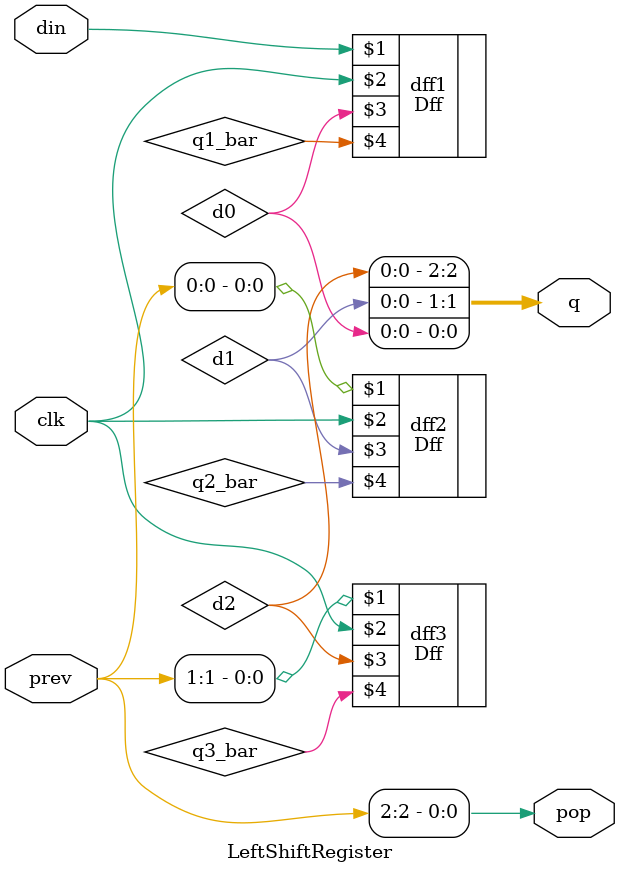
<source format=v>

`timescale 1ps / 1ps

module LeftShiftRegister(clk, prev , din, q, pop);

  input clk;          // Clock signal
  input din;          // Serial data input
  input [2:0]prev ;
  output [2:0] q;     // Parallel data output (4-bit)
  output pop;
  wire d0, d1, d2, d3,q1_bar,q2_bar,q3_bar,q4_bar; 
  
  assign pop = prev[2];	
  
  Dff dff1 (din, clk, d0, q1_bar);
  Dff dff2 (prev[0], clk, d1, q2_bar);
  Dff dff3 (prev[1], clk, d2, q3_bar);
 

  
  // Output of the shift register
  assign q = { d2, d1, d0};
  
endmodule

</source>
